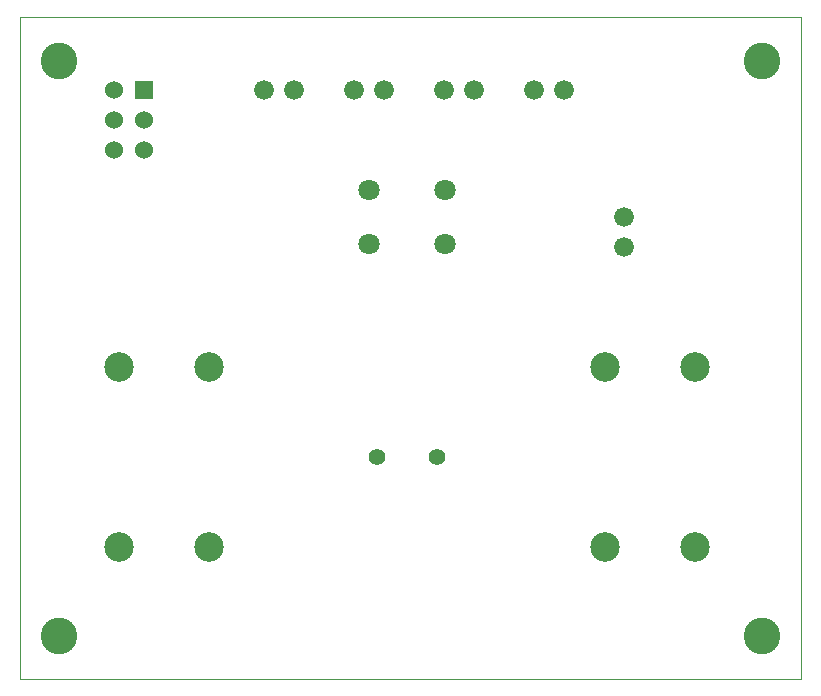
<source format=gbs>
G04 (created by PCBNEW (2013-mar-13)-testing) date Sat 29 Mar 2014 06:27:09 PM CET*
%MOIN*%
G04 Gerber Fmt 3.4, Leading zero omitted, Abs format*
%FSLAX34Y34*%
G01*
G70*
G90*
G04 APERTURE LIST*
%ADD10C,0.005906*%
%ADD11C,0.003937*%
%ADD12C,0.070866*%
%ADD13C,0.122047*%
%ADD14C,0.098425*%
%ADD15R,0.060000X0.060000*%
%ADD16C,0.060000*%
%ADD17C,0.066000*%
%ADD18C,0.056000*%
G04 APERTURE END LIST*
G54D10*
G54D11*
X33106Y-28346D02*
X33106Y-50393D01*
X59143Y-28346D02*
X33106Y-28346D01*
X59143Y-50393D02*
X59143Y-28346D01*
X33106Y-50393D02*
X59143Y-50393D01*
G54D12*
X44720Y-35885D03*
X44720Y-34114D03*
X47279Y-35885D03*
X47279Y-34114D03*
G54D13*
X34412Y-48956D03*
X57837Y-48956D03*
X34412Y-29783D03*
X57837Y-29783D03*
G54D14*
X39399Y-46000D03*
X36399Y-46000D03*
X55600Y-46000D03*
X52600Y-46000D03*
X52600Y-40000D03*
X55600Y-40000D03*
X36399Y-40000D03*
X39399Y-40000D03*
G54D15*
X37250Y-30750D03*
G54D16*
X36250Y-30750D03*
X37250Y-31750D03*
X36250Y-31750D03*
X37250Y-32750D03*
X36250Y-32750D03*
G54D17*
X53250Y-35000D03*
X53250Y-36000D03*
X42250Y-30750D03*
X41250Y-30750D03*
X45250Y-30750D03*
X44250Y-30750D03*
X48250Y-30750D03*
X47250Y-30750D03*
X51250Y-30750D03*
X50250Y-30750D03*
G54D18*
X45000Y-43000D03*
X47000Y-43000D03*
M02*

</source>
